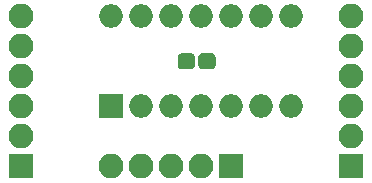
<source format=gbr>
G04 #@! TF.GenerationSoftware,KiCad,Pcbnew,5.0.0-rc3-unknown-14ce5182~65~ubuntu18.04.1*
G04 #@! TF.CreationDate,2018-07-15T20:03:12+01:00*
G04 #@! TF.ProjectId,SEN-14066-adapter,53454E2D31343036362D616461707465,rev?*
G04 #@! TF.SameCoordinates,Original*
G04 #@! TF.FileFunction,Soldermask,Bot*
G04 #@! TF.FilePolarity,Negative*
%FSLAX46Y46*%
G04 Gerber Fmt 4.6, Leading zero omitted, Abs format (unit mm)*
G04 Created by KiCad (PCBNEW 5.0.0-rc3-unknown-14ce5182~65~ubuntu18.04.1) date Sun Jul 15 20:03:12 2018*
%MOMM*%
%LPD*%
G01*
G04 APERTURE LIST*
%ADD10R,2.000000X2.000000*%
%ADD11O,2.000000X2.000000*%
%ADD12R,2.100000X2.100000*%
%ADD13O,2.100000X2.100000*%
%ADD14C,0.100000*%
%ADD15C,1.350000*%
G04 APERTURE END LIST*
D10*
G04 #@! TO.C,U1*
X71120000Y-68580000D03*
D11*
X86360000Y-60960000D03*
X73660000Y-68580000D03*
X83820000Y-60960000D03*
X76200000Y-68580000D03*
X81280000Y-60960000D03*
X78740000Y-68580000D03*
X78740000Y-60960000D03*
X81280000Y-68580000D03*
X76200000Y-60960000D03*
X83820000Y-68580000D03*
X73660000Y-60960000D03*
X86360000Y-68580000D03*
X71120000Y-60960000D03*
G04 #@! TD*
D12*
G04 #@! TO.C,J1*
X63500000Y-73660000D03*
D13*
X63500000Y-71120000D03*
X63500000Y-68580000D03*
X63500000Y-66040000D03*
X63500000Y-63500000D03*
X63500000Y-60960000D03*
G04 #@! TD*
D12*
G04 #@! TO.C,J2*
X81280000Y-73660000D03*
D13*
X78740000Y-73660000D03*
X76200000Y-73660000D03*
X73660000Y-73660000D03*
X71120000Y-73660000D03*
G04 #@! TD*
G04 #@! TO.C,J3*
X91440000Y-60960000D03*
X91440000Y-63500000D03*
X91440000Y-66040000D03*
X91440000Y-68580000D03*
X91440000Y-71120000D03*
D12*
X91440000Y-73660000D03*
G04 #@! TD*
D14*
G04 #@! TO.C,C1*
G36*
X77890581Y-64096625D02*
X77923343Y-64101485D01*
X77955471Y-64109533D01*
X77986656Y-64120691D01*
X78016596Y-64134852D01*
X78045005Y-64151879D01*
X78071608Y-64171609D01*
X78096149Y-64193851D01*
X78118391Y-64218392D01*
X78138121Y-64244995D01*
X78155148Y-64273404D01*
X78169309Y-64303344D01*
X78180467Y-64334529D01*
X78188515Y-64366657D01*
X78193375Y-64399419D01*
X78195000Y-64432500D01*
X78195000Y-65107500D01*
X78193375Y-65140581D01*
X78188515Y-65173343D01*
X78180467Y-65205471D01*
X78169309Y-65236656D01*
X78155148Y-65266596D01*
X78138121Y-65295005D01*
X78118391Y-65321608D01*
X78096149Y-65346149D01*
X78071608Y-65368391D01*
X78045005Y-65388121D01*
X78016596Y-65405148D01*
X77986656Y-65419309D01*
X77955471Y-65430467D01*
X77923343Y-65438515D01*
X77890581Y-65443375D01*
X77857500Y-65445000D01*
X77082500Y-65445000D01*
X77049419Y-65443375D01*
X77016657Y-65438515D01*
X76984529Y-65430467D01*
X76953344Y-65419309D01*
X76923404Y-65405148D01*
X76894995Y-65388121D01*
X76868392Y-65368391D01*
X76843851Y-65346149D01*
X76821609Y-65321608D01*
X76801879Y-65295005D01*
X76784852Y-65266596D01*
X76770691Y-65236656D01*
X76759533Y-65205471D01*
X76751485Y-65173343D01*
X76746625Y-65140581D01*
X76745000Y-65107500D01*
X76745000Y-64432500D01*
X76746625Y-64399419D01*
X76751485Y-64366657D01*
X76759533Y-64334529D01*
X76770691Y-64303344D01*
X76784852Y-64273404D01*
X76801879Y-64244995D01*
X76821609Y-64218392D01*
X76843851Y-64193851D01*
X76868392Y-64171609D01*
X76894995Y-64151879D01*
X76923404Y-64134852D01*
X76953344Y-64120691D01*
X76984529Y-64109533D01*
X77016657Y-64101485D01*
X77049419Y-64096625D01*
X77082500Y-64095000D01*
X77857500Y-64095000D01*
X77890581Y-64096625D01*
X77890581Y-64096625D01*
G37*
D15*
X77470000Y-64770000D03*
D14*
G36*
X79640581Y-64096625D02*
X79673343Y-64101485D01*
X79705471Y-64109533D01*
X79736656Y-64120691D01*
X79766596Y-64134852D01*
X79795005Y-64151879D01*
X79821608Y-64171609D01*
X79846149Y-64193851D01*
X79868391Y-64218392D01*
X79888121Y-64244995D01*
X79905148Y-64273404D01*
X79919309Y-64303344D01*
X79930467Y-64334529D01*
X79938515Y-64366657D01*
X79943375Y-64399419D01*
X79945000Y-64432500D01*
X79945000Y-65107500D01*
X79943375Y-65140581D01*
X79938515Y-65173343D01*
X79930467Y-65205471D01*
X79919309Y-65236656D01*
X79905148Y-65266596D01*
X79888121Y-65295005D01*
X79868391Y-65321608D01*
X79846149Y-65346149D01*
X79821608Y-65368391D01*
X79795005Y-65388121D01*
X79766596Y-65405148D01*
X79736656Y-65419309D01*
X79705471Y-65430467D01*
X79673343Y-65438515D01*
X79640581Y-65443375D01*
X79607500Y-65445000D01*
X78832500Y-65445000D01*
X78799419Y-65443375D01*
X78766657Y-65438515D01*
X78734529Y-65430467D01*
X78703344Y-65419309D01*
X78673404Y-65405148D01*
X78644995Y-65388121D01*
X78618392Y-65368391D01*
X78593851Y-65346149D01*
X78571609Y-65321608D01*
X78551879Y-65295005D01*
X78534852Y-65266596D01*
X78520691Y-65236656D01*
X78509533Y-65205471D01*
X78501485Y-65173343D01*
X78496625Y-65140581D01*
X78495000Y-65107500D01*
X78495000Y-64432500D01*
X78496625Y-64399419D01*
X78501485Y-64366657D01*
X78509533Y-64334529D01*
X78520691Y-64303344D01*
X78534852Y-64273404D01*
X78551879Y-64244995D01*
X78571609Y-64218392D01*
X78593851Y-64193851D01*
X78618392Y-64171609D01*
X78644995Y-64151879D01*
X78673404Y-64134852D01*
X78703344Y-64120691D01*
X78734529Y-64109533D01*
X78766657Y-64101485D01*
X78799419Y-64096625D01*
X78832500Y-64095000D01*
X79607500Y-64095000D01*
X79640581Y-64096625D01*
X79640581Y-64096625D01*
G37*
D15*
X79220000Y-64770000D03*
G04 #@! TD*
M02*

</source>
